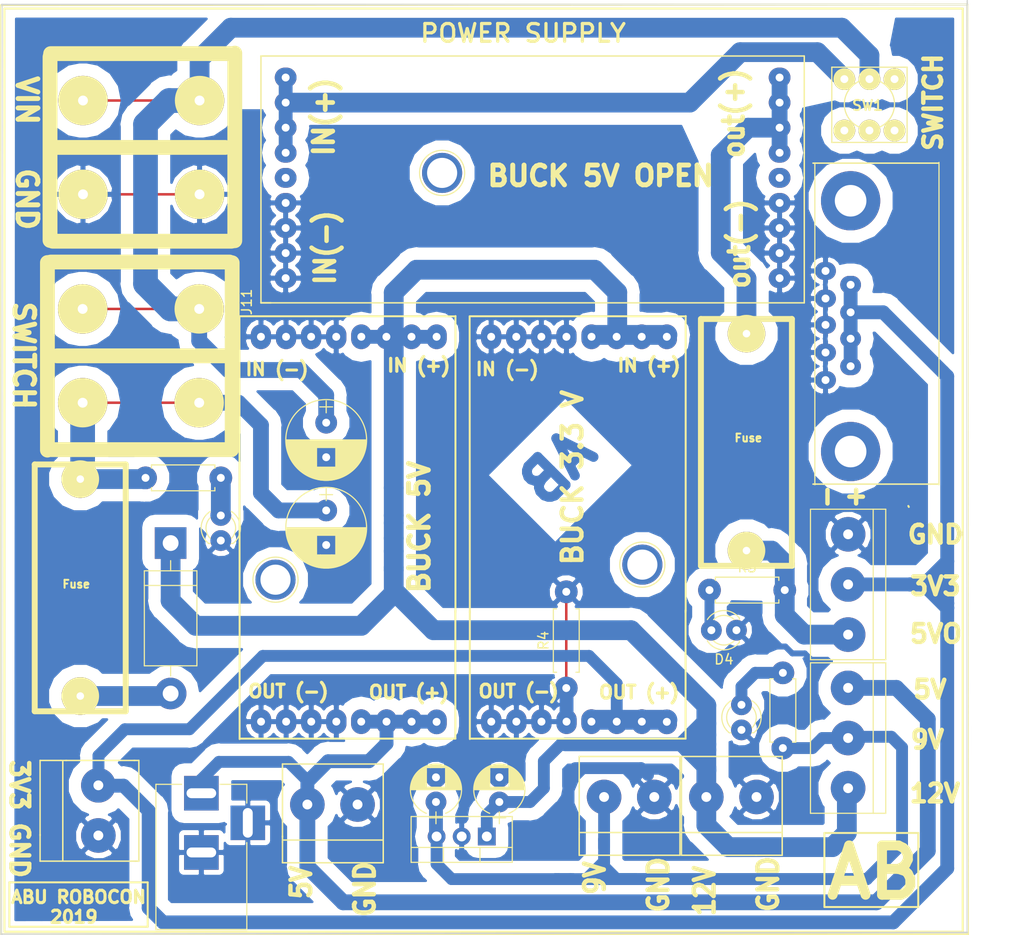
<source format=kicad_pcb>
(kicad_pcb (version 20171130) (host pcbnew "(5.0.2)-1")
  (layers (0 F.Cu signal) (31 B.Cu signal) (34 B.Paste user) (35 F.Paste user) (36 B.SilkS user) (37 F.SilkS user) (38 B.Mask user) (39 F.Mask user) (44 Edge.Cuts user))
  (net 0 "")
  (net 1 /closed)
  (net 2 GND)
  (net 3 /9v)
  (net 4 /open)
  (net 5 "Net-(C5-Pad1)")
  (net 6 "Net-(D1-Pad2)")
  (net 7 "Net-(D2-Pad2)")
  (net 8 "Net-(D3-Pad2)")
  (net 9 "Net-(D4-Pad2)")
  (net 10 /5vo)
  (net 11 "Net-(F2-Pad2)")
  (net 12 /5v)
  (net 13 /3v3)
  (net 14 "Net-(J12-Pad2)")
  (module modFiles:Resistor_small (layer F.Cu) (at 123.87072 101.82352 90)
    (fp_text reference R4 (at 3.81 -2.31 90) (layer F.SilkS))
    (fp_text value R)
    (pad 1 thru_hole circle (at -1 0 90) (size 2.3 2.3) (drill 0.8) (layers *.Cu *.Mask) (net 2 GND))
    (pad 2 thru_hole circle (at 8.75 0 90) (size 2.3 2.3) (drill 0.8) (layers *.Cu *.Mask) (net 2 GND))
  )
  (module modFiles:Capacitor_10uF (layer F.Cu) (at 117.094 114.3635 90)
    (fp_text reference C1 hide)
    (fp_text value CP)
    (pad 1 thru_hole circle (at 0 0 90) (size 2.1 2.1) (drill 0.8) (layers *.Cu *.Mask) (net 1 /closed))
    (pad 2 thru_hole circle (at 2.5 0 90) (size 2.1 2.1) (drill 0.8) (layers *.Cu *.Mask) (net 2 GND))
  )
  (module modFiles:Capacitor_10uF (layer F.Cu) (at 110.6805 114.3635 90)
    (fp_text reference C2 hide)
    (fp_text value CP)
    (pad 1 thru_hole circle (at 0 0 90) (size 2.1 2.1) (drill 0.8) (layers *.Cu *.Mask) (net 3 /9v))
    (pad 2 thru_hole circle (at 2.5 0 90) (size 2.1 2.1) (drill 0.8) (layers *.Cu *.Mask) (net 2 GND))
  )
  (module modFiles:Capacitor_100uF (layer F.Cu) (at 99.568 75.946 270)
    (fp_text reference C4 hide)
    (fp_text value CP)
    (pad 1 thru_hole circle (at 0 0 270) (size 2.2 2.2) (drill 0.8) (layers *.Cu *.Mask) (net 4 /open))
    (pad 2 thru_hole circle (at 3.5 0 270) (size 2.2 2.2) (drill 0.8) (layers *.Cu *.Mask) (net 2 GND))
  )
  (module modFiles:Capacitor_100uF (layer F.Cu) (at 99.568 84.836 270)
    (fp_text reference C5 hide)
    (fp_text value CP)
    (pad 1 thru_hole circle (at 0 0 270) (size 2.2 2.2) (drill 0.8) (layers *.Cu *.Mask) (net 5 "Net-(C5-Pad1)"))
    (pad 2 thru_hole circle (at 3.5 0 270) (size 2.2 2.2) (drill 0.8) (layers *.Cu *.Mask) (net 2 GND))
  )
  (module modFiles:LED_D3.0mm (layer F.Cu) (at 141.605 107.061 90)
    (fp_text reference D1 hide)
    (fp_text value LED)
    (pad 1 thru_hole circle (at 0 0 90) (size 2.1 2.1) (drill 0.8) (layers *.Cu *.Mask) (net 2 GND))
    (pad 2 thru_hole circle (at 2.54 0 90) (size 2.1 2.1) (drill 0.8) (layers *.Cu *.Mask) (net 6 "Net-(D1-Pad2)"))
  )
  (module modFiles:LED_D3.0mm (layer F.Cu) (at 88.9 87.884 90)
    (fp_text reference D2 hide)
    (fp_text value LED)
    (pad 1 thru_hole circle (at 0 0 90) (size 2.1 2.1) (drill 0.8) (layers *.Cu *.Mask) (net 2 GND))
    (pad 2 thru_hole circle (at 2.54 0 90) (size 2.1 2.1) (drill 0.8) (layers *.Cu *.Mask) (net 7 "Net-(D2-Pad2)"))
  )
  (module modFiles:Diode_Medium (layer F.Cu) (at 83.82 88.138 270)
    (fp_text reference D3 hide)
    (fp_text value D)
    (pad 1 thru_hole rect (at 0 0 270) (size 3.2 3.2) (drill 1.6) (layers *.Cu *.Mask) (net 1 /closed))
    (pad 2 thru_hole oval (at 15.24 0 270) (size 3.2 3.2) (drill 1.6) (layers *.Cu *.Mask) (net 8 "Net-(D3-Pad2)"))
  )
  (module modFiles:LED_D3.0mm (layer F.Cu) (at 141.097 96.9645 180)
    (fp_text reference D4 (at 1.27 -2.96 180) (layer F.SilkS))
    (fp_text value LED)
    (pad 1 thru_hole circle (at 0 0 180) (size 2.1 2.1) (drill 0.8) (layers *.Cu *.Mask) (net 2 GND))
    (pad 2 thru_hole circle (at 2.54 0 180) (size 2.1 2.1) (drill 0.8) (layers *.Cu *.Mask) (net 9 "Net-(D4-Pad2)"))
  )
  (module modFiles:Fuse_Holder (layer F.Cu) (at 74.168 92.456 270)
    (fp_text reference F1 hide)
    (fp_text value Fuse (at -0.154 -0.098) (layer F.SilkS) (effects (font (size 0.8 0.8) (thickness 0.2))))
    (pad 1 thru_hole circle (at 11.176 -0.508) (size 3.81 3.81) (drill 0.762) (layers *.Cu *.Mask F.SilkS) (net 8 "Net-(D3-Pad2)"))
    (pad 2 thru_hole circle (at -10.795 -0.508) (size 3.81 3.81) (drill 0.762) (layers *.Cu *.Mask F.SilkS) (net 5 "Net-(C5-Pad1)"))
  )
  (module modFiles:Fuse_Holder (layer F.Cu) (at 141.605 77.724 270)
    (fp_text reference F2 hide)
    (fp_text value Fuse (at -0.23368 -0.69596) (layer F.SilkS) (effects (font (size 0.8 0.8) (thickness 0.2))))
    (pad 1 thru_hole circle (at 11.176 -0.508) (size 3.81 3.81) (drill 0.762) (layers *.Cu *.Mask F.SilkS) (net 10 /5vo))
    (pad 2 thru_hole circle (at -10.795 -0.508) (size 3.81 3.81) (drill 0.762) (layers *.Cu *.Mask F.SilkS) (net 11 "Net-(F2-Pad2)"))
  )
  (module modFiles:Connector_Bornier_3 (layer F.Cu) (at 152.4 112.9665 90)
    (fp_text reference J1 hide)
    (fp_text value Conn_01x03)
    (pad 1 thru_hole circle (at 0 0 90) (size 3.5 3.5) (drill 1) (layers *.Cu *.Mask) (net 1 /closed))
    (pad 2 thru_hole circle (at 5.08 0 90) (size 3.5 3.5) (drill 1) (layers *.Cu *.Mask) (net 3 /9v))
    (pad 3 thru_hole circle (at 10.16 0 90) (size 3.5 3.5) (drill 1) (layers *.Cu *.Mask) (net 12 /5v))
  )
  (module modFiles:Connector_Bornier_3 (layer F.Cu) (at 152.4 97.409 90)
    (fp_text reference J2 hide)
    (fp_text value Conn_01x03)
    (pad 1 thru_hole circle (at 0 0 90) (size 3.5 3.5) (drill 1) (layers *.Cu *.Mask) (net 10 /5vo))
    (pad 2 thru_hole circle (at 5.08 0 90) (size 3.5 3.5) (drill 1) (layers *.Cu *.Mask) (net 13 /3v3))
    (pad 3 thru_hole circle (at 10.16 0 90) (size 3.5 3.5) (drill 1) (layers *.Cu *.Mask) (net 2 GND))
  )
  (module modFiles:Buck_Regulator (layer F.Cu) (at 134.0485 67.2465 270)
    (fp_text reference J3 hide)
    (fp_text value Conn_02x02_Odd_Even hide)
    (fp_text user "OUT (-)" (at 35.9 15) (layer F.SilkS) (effects (font (size 1.3 1.3) (thickness 0.325))))
    (fp_text user "OUT (+)" (at 36 2.8) (layer F.SilkS) (effects (font (size 1.3 1.3) (thickness 0.325))))
    (fp_text user "IN (-)" (at 3.275 16.15) (layer F.SilkS) (effects (font (size 1.3 1.3) (thickness 0.3))))
    (fp_text user "IN (+)" (at 2.9 1.8) (layer F.SilkS) (effects (font (size 1.3 1.3) (thickness 0.325))))
    (pad 4 thru_hole oval (at 38.98 7.63 270) (size 2.5 2.05) (drill 0.8) (layers *.Cu *.Mask) (net 13 /3v3))
    (pad 1 thru_hole oval (at 0 0 270) (size 2.5 2.05) (drill 0.8) (layers *.Cu *.Mask) (net 1 /closed))
    (pad 1 thru_hole oval (at 0 2.54 270) (size 2.5 2.05) (drill 0.8) (layers *.Cu *.Mask) (net 1 /closed))
    (pad 1 thru_hole oval (at 0 5.08 270) (size 2.5 2.05) (drill 0.8) (layers *.Cu *.Mask) (net 1 /closed))
    (pad 1 thru_hole oval (at 0 7.62 270) (size 2.5 2.05) (drill 0.8) (layers *.Cu *.Mask) (net 1 /closed))
    (pad 2 thru_hole oval (at 0 10.16 270) (size 2.5 2.05) (drill 0.8) (layers *.Cu *.Mask) (net 2 GND))
    (pad 2 thru_hole oval (at 0 12.7 270) (size 2.5 2.05) (drill 0.8) (layers *.Cu *.Mask) (net 2 GND))
    (pad 2 thru_hole oval (at 0 15.24 270) (size 2.5 2.05) (drill 0.8) (layers *.Cu *.Mask) (net 2 GND))
    (pad 2 thru_hole oval (at 0 17.78 270) (size 2.5 2.05) (drill 0.8) (layers *.Cu *.Mask) (net 2 GND))
    (pad 4 thru_hole oval (at 39 0 270) (size 2.5 2.05) (drill 0.8) (layers *.Cu *.Mask) (net 13 /3v3))
    (pad 4 thru_hole oval (at 38.98 2.53 270) (size 2.5 2.05) (drill 0.8) (layers *.Cu *.Mask) (net 13 /3v3))
    (pad 4 thru_hole oval (at 38.98 5.07 270) (size 2.5 2.05) (drill 0.8) (layers *.Cu *.Mask) (net 13 /3v3))
    (pad 3 thru_hole oval (at 38.98 10.15 270) (size 2.5 2.05) (drill 0.8) (layers *.Cu *.Mask) (net 2 GND))
    (pad 3 thru_hole oval (at 38.98 12.69 270) (size 2.5 2.05) (drill 0.8) (layers *.Cu *.Mask) (net 2 GND))
    (pad 3 thru_hole oval (at 38.98 15.23 270) (size 2.5 2.05) (drill 0.8) (layers *.Cu *.Mask) (net 2 GND))
    (pad 3 thru_hole oval (at 38.98 17.77 270) (size 2.5 2.05) (drill 0.8) (layers *.Cu *.Mask) (net 2 GND))
  )
  (module modFiles:Connector_Bornier_2 (layer F.Cu) (at 132.7785 113.8555 180)
    (fp_text reference J4 hide)
    (fp_text value Conn_01x02)
    (pad 1 thru_hole circle (at 0 0 180) (size 3.5 3.5) (drill 1) (layers *.Cu *.Mask) (net 2 GND))
    (pad 2 thru_hole circle (at 5.08 0 180) (size 3.5 3.5) (drill 1) (layers *.Cu *.Mask) (net 3 /9v))
  )
  (module modFiles:Connector_Bornier_2 (layer F.Cu) (at 102.743 114.6175 180)
    (fp_text reference J5 hide)
    (fp_text value Conn_01x02)
    (pad 1 thru_hole circle (at 0 0 180) (size 3.5 3.5) (drill 1) (layers *.Cu *.Mask) (net 2 GND))
    (pad 2 thru_hole circle (at 5.08 0 180) (size 3.5 3.5) (drill 1) (layers *.Cu *.Mask) (net 12 /5v))
  )
  (module modFiles:Connector_Bornier_2 (layer F.Cu) (at 143.129 113.8555 180)
    (fp_text reference J6 hide)
    (fp_text value Conn_01x02)
    (pad 1 thru_hole circle (at 0 0 180) (size 3.5 3.5) (drill 1) (layers *.Cu *.Mask) (net 2 GND))
    (pad 2 thru_hole circle (at 5.08 0 180) (size 3.5 3.5) (drill 1) (layers *.Cu *.Mask) (net 1 /closed))
  )
  (module modFiles:Buck_Regulator (layer F.Cu) (at 110.744 67.2465 270)
    (fp_text reference J7 hide)
    (fp_text value Conn_02x02_Odd_Even hide)
    (fp_text user "OUT (-)" (at 35.9 15) (layer F.SilkS) (effects (font (size 1.3 1.3) (thickness 0.325))))
    (fp_text user "OUT (+)" (at 36 2.8) (layer F.SilkS) (effects (font (size 1.3 1.3) (thickness 0.325))))
    (fp_text user "IN (-)" (at 3.275 16.15) (layer F.SilkS) (effects (font (size 1.3 1.3) (thickness 0.3))))
    (fp_text user "IN (+)" (at 2.9 1.8) (layer F.SilkS) (effects (font (size 1.3 1.3) (thickness 0.325))))
    (pad 4 thru_hole oval (at 38.98 7.63 270) (size 2.5 2.05) (drill 0.8) (layers *.Cu *.Mask) (net 12 /5v))
    (pad 1 thru_hole oval (at 0 0 270) (size 2.5 2.05) (drill 0.8) (layers *.Cu *.Mask) (net 1 /closed))
    (pad 1 thru_hole oval (at 0 2.54 270) (size 2.5 2.05) (drill 0.8) (layers *.Cu *.Mask) (net 1 /closed))
    (pad 1 thru_hole oval (at 0 5.08 270) (size 2.5 2.05) (drill 0.8) (layers *.Cu *.Mask) (net 1 /closed))
    (pad 1 thru_hole oval (at 0 7.62 270) (size 2.5 2.05) (drill 0.8) (layers *.Cu *.Mask) (net 1 /closed))
    (pad 2 thru_hole oval (at 0 10.16 270) (size 2.5 2.05) (drill 0.8) (layers *.Cu *.Mask) (net 2 GND))
    (pad 2 thru_hole oval (at 0 12.7 270) (size 2.5 2.05) (drill 0.8) (layers *.Cu *.Mask) (net 2 GND))
    (pad 2 thru_hole oval (at 0 15.24 270) (size 2.5 2.05) (drill 0.8) (layers *.Cu *.Mask) (net 2 GND))
    (pad 2 thru_hole oval (at 0 17.78 270) (size 2.5 2.05) (drill 0.8) (layers *.Cu *.Mask) (net 2 GND))
    (pad 4 thru_hole oval (at 39 0 270) (size 2.5 2.05) (drill 0.8) (layers *.Cu *.Mask) (net 12 /5v))
    (pad 4 thru_hole oval (at 38.98 2.53 270) (size 2.5 2.05) (drill 0.8) (layers *.Cu *.Mask) (net 12 /5v))
    (pad 4 thru_hole oval (at 38.98 5.07 270) (size 2.5 2.05) (drill 0.8) (layers *.Cu *.Mask) (net 12 /5v))
    (pad 3 thru_hole oval (at 38.98 10.15 270) (size 2.5 2.05) (drill 0.8) (layers *.Cu *.Mask) (net 2 GND))
    (pad 3 thru_hole oval (at 38.98 12.69 270) (size 2.5 2.05) (drill 0.8) (layers *.Cu *.Mask) (net 2 GND))
    (pad 3 thru_hole oval (at 38.98 15.23 270) (size 2.5 2.05) (drill 0.8) (layers *.Cu *.Mask) (net 2 GND))
    (pad 3 thru_hole oval (at 38.98 17.77 270) (size 2.5 2.05) (drill 0.8) (layers *.Cu *.Mask) (net 2 GND))
  )
  (module modFiles:Connector_Bornier_2 (layer F.Cu) (at 76.5048 117.7544 90)
    (fp_text reference J8 hide)
    (fp_text value Conn_01x02)
    (pad 1 thru_hole circle (at 0 0 90) (size 3.5 3.5) (drill 1) (layers *.Cu *.Mask) (net 2 GND))
    (pad 2 thru_hole circle (at 5.08 0 90) (size 3.5 3.5) (drill 1) (layers *.Cu *.Mask) (net 13 /3v3))
  )
  (module modFiles:Connector_DB_9 (layer F.Cu) (at 150.114 60.579 270)
    (fp_text reference J9 hide)
    (fp_text value DB9_Female)
    (pad 0 thru_hole circle (at 18.29 -2.54 270) (size 6 6) (drill 3.2) (layers *.Cu *.Mask))
    (pad 0 thru_hole circle (at -7.11 -2.54 270) (size 6 6) (drill 3.2) (layers *.Cu *.Mask))
    (pad 1 thru_hole oval (at 0 0 270) (size 1.8 2.1) (drill 0.8) (layers *.Cu *.Mask) (net 2 GND))
    (pad 2 thru_hole oval (at 2.79 0 270) (size 1.8 2.1) (drill 0.8) (layers *.Cu *.Mask) (net 2 GND))
    (pad 3 thru_hole oval (at 5.46 0 270) (size 1.8 2.1) (drill 0.8) (layers *.Cu *.Mask) (net 2 GND))
    (pad 4 thru_hole oval (at 8.26 0 270) (size 1.8 2.1) (drill 0.8) (layers *.Cu *.Mask) (net 2 GND))
    (pad 5 thru_hole oval (at 11.05 0 270) (size 1.8 2.1) (drill 0.8) (layers *.Cu *.Mask) (net 2 GND))
    (pad 6 thru_hole oval (at 1.4 -2.54 270) (size 1.8 2.1) (drill 0.8) (layers *.Cu *.Mask) (net 13 /3v3))
    (pad 7 thru_hole oval (at 4.19 -2.54 270) (size 1.8 2.1) (drill 0.8) (layers *.Cu *.Mask) (net 13 /3v3))
    (pad 8 thru_hole oval (at 6.86 -2.54 270) (size 1.8 2.1) (drill 0.8) (layers *.Cu *.Mask) (net 13 /3v3))
    (pad 9 thru_hole oval (at 9.65 -2.54 270) (size 1.8 2.1) (drill 0.8) (layers *.Cu *.Mask) (net 13 /3v3))
  )
  (module modFiles:Solar_Connector (layer F.Cu) (at 80.37576 48.19396 90)
    (fp_text reference J10 hide)
    (fp_text value Conn_01x02 hide)
    (pad 1 thru_hole oval (at -4.6226 -5.4264 180) (size 5 5) (drill 1) (layers *.Cu *.Mask F.SilkS) (net 2 GND))
    (pad 2 thru_hole oval (at 4.8774 -5.4264 180) (size 5 5) (drill 1) (layers *.Cu *.Mask F.SilkS) (net 4 /open))
    (pad 1 thru_hole oval (at -4.6226 6.3736 180) (size 5 5) (drill 1) (layers *.Cu *.Mask F.SilkS) (net 2 GND))
    (pad 2 thru_hole oval (at 4.8774 6.3736 180) (size 5 5) (drill 1) (layers *.Cu *.Mask F.SilkS) (net 4 /open))
  )
  (module modFiles:Solar_Connector (layer F.Cu) (at 81.28762 69.04736 270)
    (fp_text reference J11 (at -5.334 -10.2362 270) (layer F.SilkS))
    (fp_text value Conn_01x02 hide)
    (pad 1 thru_hole oval (at -4.6226 -5.4264) (size 5 5) (drill 1) (layers *.Cu *.Mask F.SilkS) (net 4 /open))
    (pad 2 thru_hole oval (at 4.8774 -5.4264) (size 5 5) (drill 1) (layers *.Cu *.Mask F.SilkS) (net 5 "Net-(C5-Pad1)"))
    (pad 1 thru_hole oval (at -4.6226 6.3736) (size 5 5) (drill 1) (layers *.Cu *.Mask F.SilkS) (net 4 /open))
    (pad 2 thru_hole oval (at 4.8774 6.3736) (size 5 5) (drill 1) (layers *.Cu *.Mask F.SilkS) (net 5 "Net-(C5-Pad1)"))
  )
  (module modFiles:Resistor_small (layer F.Cu) (at 145.796 101.2825 270)
    (fp_text reference R1 hide)
    (fp_text value R)
    (pad 1 thru_hole circle (at 0 0 270) (size 2.3 2.3) (drill 0.8) (layers *.Cu *.Mask) (net 6 "Net-(D1-Pad2)"))
    (pad 2 thru_hole circle (at 7.62 0 270) (size 2.3 2.3) (drill 0.8) (layers *.Cu *.Mask) (net 3 /9v))
  )
  (module modFiles:Resistor_small (layer F.Cu) (at 88.9 81.534 180)
    (fp_text reference R2 hide)
    (fp_text value R)
    (pad 1 thru_hole circle (at 0 0 180) (size 2.3 2.3) (drill 0.8) (layers *.Cu *.Mask) (net 7 "Net-(D2-Pad2)"))
    (pad 2 thru_hole circle (at 7.62 0 180) (size 2.3 2.3) (drill 0.8) (layers *.Cu *.Mask) (net 5 "Net-(C5-Pad1)"))
  )
  (module modFiles:Resistor_small (layer F.Cu) (at 138.3665 92.9005)
    (fp_text reference R3 (at 3.81 -2.31) (layer F.SilkS))
    (fp_text value R)
    (pad 1 thru_hole circle (at 0 0) (size 2.3 2.3) (drill 0.8) (layers *.Cu *.Mask) (net 9 "Net-(D4-Pad2)"))
    (pad 2 thru_hole circle (at 7.62 0) (size 2.3 2.3) (drill 0.8) (layers *.Cu *.Mask) (net 10 /5vo))
  )
  (module modFiles:DIP_Switch (layer F.Cu) (at 154.559 43.815 180)
    (fp_text reference SW1 (at 0.1905 0 180) (layer F.SilkS) (effects (font (size 1.016 1.016) (thickness 0.2032))))
    (fp_text value SW_DIP_x01 hide)
    (pad "" thru_hole circle (at 2.54 -2.54 180) (size 2.2 2.2) (drill 0.8) (layers *.Cu *.Mask F.SilkS))
    (pad 2 thru_hole circle (at 2.54 2.667 180) (size 2.2 2.2) (drill 0.8) (layers *.Cu *.Mask F.SilkS) (net 14 "Net-(J12-Pad2)"))
    (pad "" thru_hole circle (at -2.54 -2.54 180) (size 2.2 2.2) (drill 0.8) (layers *.Cu *.Mask F.SilkS))
    (pad "" thru_hole circle (at -2.54 2.667 180) (size 2.2 2.2) (drill 0.8) (layers *.Cu *.Mask F.SilkS))
    (pad "" thru_hole circle (at 0 -2.54 180) (size 2.2 2.2) (drill 0.8) (layers *.Cu *.Mask F.SilkS))
    (pad 1 thru_hole circle (at 0 2.667 180) (size 2.2 2.2) (drill 0.8) (layers *.Cu *.Mask F.SilkS) (net 4 /open))
  )
  (module TO_SOT_Packages_THT:TO-220_Vertical (layer F.Cu) (at 115.824 117.856 180)
    (fp_text reference U1 hide)
    (fp_text value LM7809_TO220)
    (pad 1 thru_hole rect (at 0 0 180) (size 1.8 1.8) (drill 1) (layers *.Cu *.Mask) (net 1 /closed))
    (pad 2 thru_hole oval (at 2.54 0 180) (size 1.8 1.8) (drill 1) (layers *.Cu *.Mask) (net 2 GND))
    (pad 3 thru_hole oval (at 5.08 0 180) (size 1.8 1.8) (drill 1) (layers *.Cu *.Mask) (net 3 /9v))
  )
  (module "modFiles:Buck 5A" (layer F.Cu) (at 92.964 51.308 90)
    (fp_text reference J12 hide)
    (fp_text value Conn_02x02_Odd_Even hide)
    (fp_text user "IN(+)" (at 6.34492 6.36524 90) (layer F.SilkS) (effects (font (size 2 1.9) (thickness 0.475))))
    (fp_text user "IN(-)" (at -6.9088 6.5024 90) (layer F.SilkS) (effects (font (size 2 1.8) (thickness 0.45))))
    (fp_text user "out(+)" (at 6.70814 47.85868 90) (layer F.SilkS) (effects (font (size 2 1.8) (thickness 0.45))))
    (fp_text user "out(-)" (at -6.51764 48.43526 270) (layer F.SilkS) (effects (font (size 2 1.8) (thickness 0.45))))
    (pad 1 thru_hole oval (at -10 2.5 90) (size 2 2.2) (drill 0.8) (layers *.Cu *.Mask) (net 2 GND))
    (pad 1 thru_hole oval (at -7.46 2.5 90) (size 2 2.2) (drill 0.8) (layers *.Cu *.Mask) (net 2 GND))
    (pad 1 thru_hole oval (at -4.92 2.5 90) (size 2 2.2) (drill 0.8) (layers *.Cu *.Mask) (net 2 GND))
    (pad 1 thru_hole oval (at -2.38 2.5 90) (size 2 2.2) (drill 0.8) (layers *.Cu *.Mask) (net 2 GND))
    (pad 0 thru_hole oval (at 0.16 2.5 90) (size 2 2.2) (drill 0.8) (layers *.Cu *.Mask))
    (pad 2 thru_hole oval (at 2.7 2.5 90) (size 2 2.2) (drill 0.8) (layers *.Cu *.Mask) (net 14 "Net-(J12-Pad2)"))
    (pad 2 thru_hole oval (at 5.24 2.5 90) (size 2 2.2) (drill 0.8) (layers *.Cu *.Mask) (net 14 "Net-(J12-Pad2)"))
    (pad 2 thru_hole oval (at 7.78 2.5 90) (size 2 2.2) (drill 0.8) (layers *.Cu *.Mask) (net 14 "Net-(J12-Pad2)"))
    (pad 2 thru_hole oval (at 10.32 2.5 90) (size 2 2.2) (drill 0.8) (layers *.Cu *.Mask) (net 14 "Net-(J12-Pad2)"))
    (pad 4 thru_hole oval (at -10 52.5 90) (size 2 2.2) (drill 0.8) (layers *.Cu *.Mask) (net 2 GND))
    (pad 3 thru_hole oval (at 5.24 52.5 90) (size 2 2.2) (drill 0.8) (layers *.Cu *.Mask) (net 11 "Net-(F2-Pad2)"))
    (pad 0 thru_hole oval (at 0.16 52.5 90) (size 2 2.2) (drill 0.8) (layers *.Cu *.Mask))
    (pad 3 thru_hole oval (at 2.7 52.5 90) (size 2 2.2) (drill 0.8) (layers *.Cu *.Mask) (net 11 "Net-(F2-Pad2)"))
    (pad 4 thru_hole oval (at -2.38 52.5 90) (size 2 2.2) (drill 0.8) (layers *.Cu *.Mask) (net 2 GND))
    (pad 3 thru_hole oval (at 10.32 52.5 90) (size 2 2.2) (drill 0.8) (layers *.Cu *.Mask) (net 11 "Net-(F2-Pad2)"))
    (pad 4 thru_hole oval (at -4.92 52.5 90) (size 2 2.2) (drill 0.8) (layers *.Cu *.Mask) (net 2 GND))
    (pad 3 thru_hole oval (at 7.78 52.5 90) (size 2 2.2) (drill 0.8) (layers *.Cu *.Mask) (net 11 "Net-(F2-Pad2)"))
    (pad 4 thru_hole oval (at -7.46 52.5 90) (size 2 2.2) (drill 0.8) (layers *.Cu *.Mask) (net 2 GND))
  )
  (module Connectors:BARREL_JACK (layer F.Cu) (at 86.9315 113.4745 90)
    (fp_text reference J13 hide)
    (fp_text value Conn_01x02)
    (pad 2 thru_hole rect (at 0 0 90) (size 3.5 3.5) (drill oval 1 3) (layers *.Cu *.Mask) (net 12 /5v))
    (pad 1 thru_hole rect (at -6 0 90) (size 3.5 3.5) (drill oval 1 3) (layers *.Cu *.Mask) (net 2 GND))
    (pad 1 thru_hole rect (at -3 4.7 90) (size 3.5 3.5) (drill oval 3 1) (layers *.Cu *.Mask) (net 2 GND))
  )
  (module Connectors:1pin (layer F.Cu) (at 111.3028 50.6476)
    (fp_text reference J14 hide)
    (fp_text value Conn_01x01_Female)
    (pad 1 thru_hole circle (at 0 0) (size 4.064 4.064) (drill 3.048) (layers *.Cu *.Mask))
  )
  (module Connectors:1pin (layer F.Cu) (at 131.572 90.3224)
    (fp_text reference J15 hide)
    (fp_text value Conn_01x01_Female)
    (pad 1 thru_hole circle (at 0 0) (size 4.064 4.064) (drill 3.048) (layers *.Cu *.Mask))
  )
  (module Connectors:1pin (layer F.Cu) (at 94.4372 91.8464)
    (fp_text reference J16 hide)
    (fp_text value Conn_01x01_Female)
    (pad 1 thru_hole circle (at 0 0) (size 4.064 4.064) (drill 3.048) (layers *.Cu *.Mask))
  )
  (gr_line (start 158.496 84.3788) (end 158.5468 84.4804) (angle 90) (layer F.SilkS) (width 0.2))
  (gr_text AB (at 123 80.5 45) (layer B.Cu) (effects (font (size 4 4) (thickness 1)) (justify mirror)))
  (gr_text SWITCH (at 161 43.5 90) (layer F.SilkS) (effects (font (size 1.8 1.8) (thickness 0.45))))
  (gr_text "BUCK 5V" (at 109 86.5 90) (layer F.SilkS) (effects (font (size 2 2) (thickness 0.5))))
  (gr_text "BUCK 3.3 V" (at 124.5 81.5 90) (layer F.SilkS) (effects (font (size 2 2) (thickness 0.45))))
  (gr_text "BUCK 5V OPEN" (at 127.3556 50.9524) (layer F.SilkS) (effects (font (size 2 2) (thickness 0.5))))
  (gr_text "POWER SUPPLY" (at 119.5 36.5) (layer F.SilkS) (effects (font (size 1.8 1.8) (thickness 0.325))))
  (gr_line (start 159.5 117.5) (end 150 117.5) (angle 90) (layer F.SilkS) (width 0.2))
  (gr_line (start 159.5 125) (end 159.5 117.5) (angle 90) (layer F.SilkS) (width 0.2))
  (gr_line (start 150 125) (end 159.5 125) (angle 90) (layer F.SilkS) (width 0.2))
  (gr_line (start 150 117.5) (end 150 125) (angle 90) (layer F.SilkS) (width 0.2))
  (gr_text AB (at 155 121.5) (layer F.SilkS) (effects (font (size 5 5) (thickness 1))))
  (gr_line (start 67.5 127) (end 67.5 122.5) (angle 90) (layer F.SilkS) (width 0.2))
  (gr_line (start 81.5 127) (end 67.5 127) (angle 90) (layer F.SilkS) (width 0.2))
  (gr_line (start 81.5 122.5) (end 81.5 127) (angle 90) (layer F.SilkS) (width 0.2))
  (gr_line (start 67.5 122.5) (end 81.5 122.5) (angle 90) (layer F.SilkS) (width 0.2))
  (gr_text "ABU ROBOCON\n2019 " (at 74.5 125) (layer F.SilkS) (effects (font (size 1.25 1.25) (thickness 0.3125))))
  (gr_line (start 67 34) (end 67 127.5) (angle 90) (layer F.SilkS) (width 0.2))
  (gr_line (start 164 34) (end 67 34) (angle 90) (layer F.SilkS) (width 0.2))
  (gr_line (start 164 127.5) (end 164 34) (angle 90) (layer F.SilkS) (width 0.2))
  (gr_line (start 67 127.5) (end 164 127.5) (angle 90) (layer F.SilkS) (width 0.2))
  (gr_line (start 66.675 33.655) (end 66.675 127.762) (angle 90) (layer F.SilkS) (width 0.2))
  (gr_line (start 164.465 33.5915) (end 66.675 33.655) (angle 90) (layer F.SilkS) (width 0.2))
  (gr_line (start 164.5285 127.762) (end 164.5285 127.5715) (angle 90) (layer F.SilkS) (width 0.2))
  (gr_line (start 164.465 33.5915) (end 164.5285 127.762) (angle 90) (layer F.SilkS) (width 0.2))
  (gr_line (start 66.675 127.762) (end 164.5285 127.762) (angle 90) (layer F.SilkS) (width 0.2))
  (gr_text "-\n+\n" (at 151.638 83.439 90) (layer F.SilkS) (effects (font (size 1.8 1.8) (thickness 0.45))))
  (gr_text 12V (at 161.1884 113.4872) (layer F.SilkS) (effects (font (size 1.8 1.8) (thickness 0.45))))
  (gr_text 9V (at 160.4264 108.0516) (layer F.SilkS) (effects (font (size 1.8 1.8) (thickness 0.45))))
  (gr_text 5V (at 160.6804 102.9716) (layer F.SilkS) (effects (font (size 1.8 1.8) (thickness 0.45))))
  (gr_text 5VO (at 161.29 97.3328) (layer F.SilkS) (effects (font (size 1.8 1.8) (thickness 0.45))))
  (gr_text 3V3 (at 161.2392 92.5068) (layer F.SilkS) (effects (font (size 1.8 1.8) (thickness 0.45))))
  (gr_text GND (at 161.2392 87.2744) (layer F.SilkS) (effects (font (size 1.8 1.8) (thickness 0.45))))
  (gr_text "12V \n\nGND" (at 141.097 122.682 90) (layer F.SilkS) (effects (font (size 2 1.8) (thickness 0.45))))
  (gr_text "  9V \n\nGND" (at 129.9845 122.7455 90) (layer F.SilkS) (effects (font (size 2 1.8) (thickness 0.45))))
  (gr_text " 5V\n\nGND" (at 100.2665 123.19 90) (layer F.SilkS) (effects (font (size 2 1.8) (thickness 0.45))))
  (gr_text "3V3 GND" (at 68.5165 116.078 270) (layer F.SilkS) (effects (font (size 1.8 1.8) (thickness 0.45))))
  (gr_text SWITCH (at 68.961 69.1515 270) (layer F.SilkS) (effects (font (size 2 2) (thickness 0.5))))
  (gr_text "VIN   GND" (at 69.2785 48.641 270) (layer F.SilkS) (effects (font (size 2 2) (thickness 0.5))))
  (gr_line (start 66.7385 33.5915) (end 164.465 33.5915) (angle 90) (layer Edge.Cuts) (width 0.15))
  (gr_line (start 66.675 127.762) (end 66.7385 33.5915) (angle 90) (layer Edge.Cuts) (width 0.15))
  (gr_line (start 164.465 127.5715) (end 66.675 127.762) (angle 90) (layer Edge.Cuts) (width 0.15))
  (gr_line (start 164.465 33.2105) (end 164.465 127.5715) (angle 90) (layer Edge.Cuts) (width 0.15))
  (segment (start 90.678 96.52) (end 103.124 96.52) (width 2) (layer B.Cu) (net 1))
  (segment (start 103.124 96.52) (end 106.40568 93.23832) (width 2) (layer B.Cu) (net 1))
  (segment (start 106.40568 93.23832) (end 106.40568 92.94368) (width 2) (layer B.Cu) (net 1))
  (segment (start 83.82 88.138) (end 83.82 93.98) (width 2) (layer B.Cu) (net 1))
  (segment (start 83.82 93.98) (end 86.36 96.52) (width 2) (layer B.Cu) (net 1))
  (segment (start 86.36 96.52) (end 90.678 96.52) (width 2) (layer B.Cu) (net 1))
  (segment (start 106.40568 92.94368) (end 106.40568 90.8685) (width 2) (layer B.Cu) (net 1))
  (segment (start 106.40568 82.55) (end 106.40568 66.98742) (width 2) (layer B.Cu) (net 1))
  (segment (start 106.40568 85.344) (end 106.40568 82.55) (width 2) (layer B.Cu) (net 1))
  (segment (start 106.40568 86.106) (end 106.40568 85.344) (width 2) (layer B.Cu) (net 1))
  (segment (start 106.40568 87.65032) (end 106.40568 86.106) (width 2) (layer B.Cu) (net 1))
  (segment (start 106.40568 88.9635) (end 106.40568 87.65032) (width 2) (layer B.Cu) (net 1))
  (segment (start 106.40568 90.6145) (end 106.40568 88.9635) (width 2) (layer B.Cu) (net 1))
  (segment (start 106.40568 90.8685) (end 106.40568 90.6145) (width 2) (layer B.Cu) (net 1))
  (segment (start 106.40568 66.98742) (end 106.40568 62.75832) (width 2) (layer B.Cu) (net 1))
  (segment (start 129.032 62.738) (end 129.032 67.056) (width 2) (layer B.Cu) (net 1))
  (segment (start 126.746 60.452) (end 129.032 62.738) (width 2) (layer B.Cu) (net 1))
  (segment (start 108.712 60.452) (end 126.746 60.452) (width 2) (layer B.Cu) (net 1))
  (segment (start 106.40568 62.75832) (end 108.712 60.452) (width 2) (layer B.Cu) (net 1))
  (segment (start 126.492 67.056) (end 134.112 67.056) (width 2) (layer B.Cu) (net 1))
  (segment (start 138.049 107.569) (end 138.049 108.5215) (width 2) (layer B.Cu) (net 1))
  (segment (start 138.049 107.569) (end 138.049 106.426) (width 2) (layer B.Cu) (net 1))
  (segment (start 138.049 106.426) (end 138.049 104.5845) (width 2) (layer B.Cu) (net 1))
  (segment (start 110.4265 96.9645) (end 106.40568 92.94368) (width 2) (layer B.Cu) (net 1))
  (segment (start 130.429 96.9645) (end 110.4265 96.9645) (width 2) (layer B.Cu) (net 1))
  (segment (start 138.049 104.5845) (end 130.429 96.9645) (width 2) (layer B.Cu) (net 1))
  (segment (start 138.049 108.5215) (end 138.049 109.093) (width 2) (layer B.Cu) (net 1))
  (segment (start 138.049 109.093) (end 138.049 110.871) (width 2) (layer B.Cu) (net 1))
  (segment (start 138.049 110.871) (end 138.049 111.125) (width 2) (layer B.Cu) (net 1))
  (segment (start 138.049 111.125) (end 138.049 111.1885) (width 2) (layer B.Cu) (net 1))
  (segment (start 138.049 111.1885) (end 138.049 113.8555) (width 2) (layer B.Cu) (net 1))
  (segment (start 138.049 113.8555) (end 138.049 116.713) (width 2) (layer B.Cu) (net 1))
  (segment (start 152.273 117.475) (end 152.273 112.8395) (width 2) (layer B.Cu) (net 1))
  (segment (start 150.8125 118.9355) (end 152.273 117.475) (width 2) (layer B.Cu) (net 1))
  (segment (start 140.2715 118.9355) (end 150.8125 118.9355) (width 2) (layer B.Cu) (net 1))
  (segment (start 138.049 116.713) (end 140.2715 118.9355) (width 2) (layer B.Cu) (net 1))
  (segment (start 135.4455 108.5215) (end 123.7615 108.5215) (width 1.4) (layer B.Cu) (net 1))
  (segment (start 120.2055 114.3635) (end 117.094 114.3635) (width 1.2) (layer B.Cu) (net 1))
  (segment (start 121.6025 112.9665) (end 120.2055 114.3635) (width 1.2) (layer B.Cu) (net 1))
  (segment (start 121.6025 110.236) (end 121.6025 112.9665) (width 1.2) (layer B.Cu) (net 1))
  (segment (start 123.317 108.5215) (end 121.6025 110.236) (width 1.2) (layer B.Cu) (net 1))
  (segment (start 123.7615 108.5215) (end 123.317 108.5215) (width 1.2) (layer B.Cu) (net 1))
  (segment (start 135.4455 108.5215) (end 136.017 108.5215) (width 1.4) (layer B.Cu) (net 1))
  (segment (start 136.017 108.5215) (end 138.049 108.5215) (width 1.4) (layer B.Cu) (net 1))
  (segment (start 136.017 108.5215) (end 136.017 109.093) (width 1.4) (layer B.Cu) (net 1))
  (segment (start 136.017 109.093) (end 138.049 111.125) (width 1.4) (layer B.Cu) (net 1))
  (segment (start 138.049 110.871) (end 137.795 110.871) (width 1.4) (layer B.Cu) (net 1))
  (segment (start 137.795 110.871) (end 135.4455 108.5215) (width 1.4) (layer B.Cu) (net 1))
  (segment (start 138.049 106.426) (end 137.541 106.426) (width 1.4) (layer B.Cu) (net 1))
  (segment (start 137.541 106.426) (end 135.4455 108.5215) (width 1.4) (layer B.Cu) (net 1))
  (segment (start 115.824 117.856) (end 115.824 115.6335) (width 1.2) (layer B.Cu) (net 1))
  (segment (start 115.824 115.6335) (end 117.094 114.3635) (width 1.2) (layer B.Cu) (net 1))
  (segment (start 103.124 67.2465) (end 110.744 67.2465) (width 1.4) (layer B.Cu) (net 1))
  (segment (start 86.74936 52.81656) (end 74.94936 52.81656) (width 0.25) (layer F.Cu) (net 2))
  (segment (start 145.0975 98.6155) (end 146.05 98.6155) (width 0.6) (layer B.Cu) (net 2))
  (segment (start 148.0185 99.314) (end 148.717 100.0125) (width 0.6) (layer B.Cu) (net 2))
  (segment (start 146.7485 99.314) (end 148.0185 99.314) (width 0.6) (layer B.Cu) (net 2))
  (segment (start 146.05 98.6155) (end 146.7485 99.314) (width 0.6) (layer B.Cu) (net 2))
  (segment (start 124.7775 110.9345) (end 131.445 110.9345) (width 1.2) (layer B.Cu) (net 2))
  (segment (start 131.445 110.9345) (end 132.1435 111.633) (width 1.2) (layer B.Cu) (net 2))
  (segment (start 123.8985 106.2265) (end 123.8985 102.987) (width 1.4) (layer B.Cu) (net 2))
  (segment (start 123.8985 102.987) (end 124.0155 102.87) (width 1.4) (layer B.Cu) (net 2))
  (segment (start 123.87072 101.82352) (end 123.87072 94.20352) (width 0.25) (layer F.Cu) (net 2))
  (segment (start 110.744 117.856) (end 110.744 120.65) (width 1.2) (layer B.Cu) (net 3))
  (segment (start 127.6985 118.999) (end 127.6985 118.1735) (width 1.2) (layer B.Cu) (net 3))
  (segment (start 127.6985 118.1735) (end 127.6985 113.919) (width 1.2) (layer B.Cu) (net 3))
  (segment (start 112.268 122.174) (end 122.809 122.174) (width 1.2) (layer B.Cu) (net 3))
  (segment (start 122.809 122.174) (end 123.063 122.174) (width 1.2) (layer B.Cu) (net 3))
  (segment (start 123.063 122.174) (end 124.2695 122.174) (width 1.2) (layer B.Cu) (net 3))
  (segment (start 124.2695 122.174) (end 124.5235 122.174) (width 1.2) (layer B.Cu) (net 3))
  (segment (start 110.744 120.65) (end 112.268 122.174) (width 1.2) (layer B.Cu) (net 3))
  (segment (start 127.6985 118.1735) (end 127.6985 120.396) (width 1.2) (layer B.Cu) (net 3))
  (segment (start 130.8735 122.174) (end 154.305 122.174) (width 1.2) (layer B.Cu) (net 3))
  (segment (start 156.7815 107.7595) (end 152.273 107.7595) (width 1.2) (layer B.Cu) (net 3))
  (segment (start 154.305 122.174) (end 157.861 118.618) (width 1.2) (layer B.Cu) (net 3))
  (segment (start 157.861 118.618) (end 157.861 108.839) (width 1.2) (layer B.Cu) (net 3))
  (segment (start 157.861 108.839) (end 156.7815 107.7595) (width 1.2) (layer B.Cu) (net 3))
  (segment (start 122.809 122.174) (end 125.857 122.174) (width 1.2) (layer B.Cu) (net 3))
  (segment (start 125.857 122.174) (end 128.4605 122.174) (width 1.2) (layer B.Cu) (net 3))
  (segment (start 128.4605 122.174) (end 128.9685 122.174) (width 1.2) (layer B.Cu) (net 3))
  (segment (start 128.9685 122.174) (end 130.8735 122.174) (width 1.2) (layer B.Cu) (net 3))
  (segment (start 125.857 122.174) (end 125.9205 122.174) (width 1.2) (layer B.Cu) (net 3))
  (segment (start 125.9205 122.174) (end 127.6985 120.396) (width 1.2) (layer B.Cu) (net 3))
  (segment (start 128.651 122.174) (end 130.8735 122.174) (width 1.2) (layer B.Cu) (net 3))
  (segment (start 127.6985 120.396) (end 127.6985 122.174) (width 1.2) (layer B.Cu) (net 3))
  (segment (start 127.6985 122.174) (end 128.651 122.174) (width 1.2) (layer B.Cu) (net 3))
  (segment (start 127.6985 120.396) (end 127.6985 120.904) (width 1.2) (layer B.Cu) (net 3))
  (segment (start 127.6985 120.904) (end 128.9685 122.174) (width 1.2) (layer B.Cu) (net 3))
  (segment (start 128.4605 122.174) (end 154.305 122.174) (width 1.2) (layer B.Cu) (net 3))
  (segment (start 145.796 108.9025) (end 148.7805 108.9025) (width 1.2) (layer B.Cu) (net 3))
  (segment (start 149.7965 107.8865) (end 152.4 107.8865) (width 1.2) (layer B.Cu) (net 3))
  (segment (start 148.7805 108.9025) (end 149.7965 107.8865) (width 1.2) (layer B.Cu) (net 3))
  (segment (start 110.6805 117.7925) (end 110.744 117.856) (width 1.2) (layer B.Cu) (net 3))
  (segment (start 110.6805 114.3635) (end 110.6805 117.7925) (width 1.4) (layer B.Cu) (net 3))
  (segment (start 110.6805 117.7925) (end 110.744 117.856) (width 1.4) (layer B.Cu) (net 3))
  (segment (start 74.94936 43.31656) (end 86.74936 43.31656) (width 0.25) (layer F.Cu) (net 4))
  (segment (start 74.91402 64.42476) (end 86.71402 64.42476) (width 0.25) (layer F.Cu) (net 4))
  (segment (start 86.74936 43.31656) (end 83.68344 43.31656) (width 2.5) (layer B.Cu) (net 4))
  (segment (start 83.82 64.42476) (end 86.71402 64.42476) (width 2.5) (layer B.Cu) (net 4))
  (segment (start 81.28 61.88476) (end 83.82 64.42476) (width 2.5) (layer B.Cu) (net 4))
  (segment (start 81.28 45.72) (end 81.28 61.88476) (width 2.5) (layer B.Cu) (net 4))
  (segment (start 83.68344 43.31656) (end 81.28 45.72) (width 2.5) (layer B.Cu) (net 4))
  (segment (start 86.71402 64.42476) (end 86.71402 67.66402) (width 1.6) (layer B.Cu) (net 4))
  (segment (start 99.568 73.152) (end 99.568 75.946) (width 1.6) (layer B.Cu) (net 4))
  (segment (start 97.028 70.612) (end 99.568 73.152) (width 1.6) (layer B.Cu) (net 4))
  (segment (start 89.662 70.612) (end 97.028 70.612) (width 1.6) (layer B.Cu) (net 4))
  (segment (start 86.71402 67.66402) (end 89.662 70.612) (width 1.6) (layer B.Cu) (net 4))
  (segment (start 86.74936 43.31656) (end 86.74936 39.10764) (width 2) (layer B.Cu) (net 4))
  (segment (start 154.559 38.735) (end 154.559 41.148) (width 2) (layer B.Cu) (net 4))
  (segment (start 151.765 35.941) (end 154.559 38.735) (width 2) (layer B.Cu) (net 4))
  (segment (start 89.916 35.941) (end 151.765 35.941) (width 2) (layer B.Cu) (net 4))
  (segment (start 86.74936 39.10764) (end 89.916 35.941) (width 2) (layer B.Cu) (net 4))
  (segment (start 74.91402 73.92476) (end 86.71402 73.92476) (width 0.25) (layer F.Cu) (net 5))
  (segment (start 74.91402 73.92476) (end 74.91402 81.42298) (width 2.5) (layer B.Cu) (net 5))
  (segment (start 74.91402 81.42298) (end 74.676 81.661) (width 2.5) (layer B.Cu) (net 5))
  (segment (start 74.676 81.661) (end 81.153 81.661) (width 2) (layer B.Cu) (net 5))
  (segment (start 81.153 81.661) (end 81.28 81.534) (width 2) (layer B.Cu) (net 5))
  (segment (start 86.71402 73.92476) (end 90.68876 73.92476) (width 1.6) (layer B.Cu) (net 5))
  (segment (start 94.742 84.836) (end 99.568 84.836) (width 1.6) (layer B.Cu) (net 5))
  (segment (start 92.964 83.058) (end 94.742 84.836) (width 1.6) (layer B.Cu) (net 5))
  (segment (start 92.964 76.2) (end 92.964 83.058) (width 1.6) (layer B.Cu) (net 5))
  (segment (start 90.68876 73.92476) (end 92.964 76.2) (width 1.6) (layer B.Cu) (net 5))
  (segment (start 141.605 104.521) (end 141.605 102.6795) (width 1.2) (layer B.Cu) (net 6))
  (segment (start 143.002 101.2825) (end 145.796 101.2825) (width 1.2) (layer B.Cu) (net 6))
  (segment (start 141.605 102.6795) (end 143.002 101.2825) (width 1.2) (layer B.Cu) (net 6))
  (segment (start 88.9 81.534) (end 88.9 85.344) (width 2) (layer B.Cu) (net 7))
  (segment (start 74.676 103.632) (end 83.566 103.632) (width 2) (layer B.Cu) (net 8))
  (segment (start 83.566 103.632) (end 83.82 103.378) (width 2) (layer B.Cu) (net 8))
  (segment (start 138.3665 92.9005) (end 138.3665 96.774) (width 1) (layer B.Cu) (net 9))
  (segment (start 138.3665 96.774) (end 138.557 96.9645) (width 1) (layer B.Cu) (net 9))
  (segment (start 145.9865 90.2335) (end 145.9865 92.9005) (width 1) (layer B.Cu) (net 10))
  (segment (start 144.653 88.9) (end 145.9865 90.2335) (width 1) (layer B.Cu) (net 10))
  (segment (start 142.113 88.9) (end 144.653 88.9) (width 2) (layer B.Cu) (net 10))
  (segment (start 144.653 88.9) (end 145.9865 90.2335) (width 2) (layer B.Cu) (net 10))
  (segment (start 145.9865 90.2335) (end 145.9865 92.9005) (width 2) (layer B.Cu) (net 10))
  (segment (start 145.9865 92.9005) (end 145.9865 95.4405) (width 2) (layer B.Cu) (net 10))
  (segment (start 147.955 97.409) (end 152.4 97.409) (width 2) (layer B.Cu) (net 10))
  (segment (start 145.9865 95.4405) (end 147.955 97.409) (width 2) (layer B.Cu) (net 10))
  (segment (start 145.464 40.988) (end 145.464 48.608) (width 1.6) (layer B.Cu) (net 11))
  (segment (start 145.464 46.068) (end 142.273 46.068) (width 2) (layer B.Cu) (net 11))
  (segment (start 142.113 61.341) (end 142.113 66.929) (width 2) (layer B.Cu) (net 11))
  (segment (start 139.5095 58.7375) (end 142.113 61.341) (width 2) (layer B.Cu) (net 11))
  (segment (start 139.5095 48.8315) (end 139.5095 58.7375) (width 2) (layer B.Cu) (net 11))
  (segment (start 142.273 46.068) (end 139.5095 48.8315) (width 2) (layer B.Cu) (net 11))
  (segment (start 103.114 106.2265) (end 110.724 106.2265) (width 1.4) (layer B.Cu) (net 12))
  (segment (start 110.724 106.2265) (end 110.744 106.2465) (width 1.4) (layer B.Cu) (net 12))
  (segment (start 97.663 114.6175) (end 97.663 120.904) (width 1.6) (layer B.Cu) (net 12))
  (segment (start 157.2895 102.8065) (end 152.4 102.8065) (width 1.6) (layer B.Cu) (net 12))
  (segment (start 160.4645 105.9815) (end 157.2895 102.8065) (width 1.6) (layer B.Cu) (net 12))
  (segment (start 160.4645 119.3165) (end 160.4645 105.9815) (width 1.6) (layer B.Cu) (net 12))
  (segment (start 155.2575 124.5235) (end 160.4645 119.3165) (width 1.6) (layer B.Cu) (net 12))
  (segment (start 101.2825 124.5235) (end 155.2575 124.5235) (width 1.6) (layer B.Cu) (net 12))
  (segment (start 97.663 120.904) (end 101.2825 124.5235) (width 1.6) (layer B.Cu) (net 12))
  (segment (start 86.9315 113.4745) (end 86.9315 112.0775) (width 1.2) (layer B.Cu) (net 12))
  (segment (start 97.663 112.2045) (end 97.663 114.6175) (width 1.2) (layer B.Cu) (net 12))
  (segment (start 95.758 110.2995) (end 97.663 112.2045) (width 1.2) (layer B.Cu) (net 12))
  (segment (start 88.7095 110.2995) (end 95.758 110.2995) (width 1.2) (layer B.Cu) (net 12))
  (segment (start 86.9315 112.0775) (end 88.7095 110.2995) (width 1.2) (layer B.Cu) (net 12))
  (segment (start 97.663 114.6175) (end 97.663 112.3315) (width 1.4) (layer B.Cu) (net 12))
  (segment (start 105.674 108.448) (end 105.674 106.2265) (width 1.4) (layer B.Cu) (net 12))
  (segment (start 103.886 110.236) (end 105.674 108.448) (width 1.4) (layer B.Cu) (net 12))
  (segment (start 99.7585 110.236) (end 103.886 110.236) (width 1.4) (layer B.Cu) (net 12))
  (segment (start 97.663 112.3315) (end 99.7585 110.236) (width 1.4) (layer B.Cu) (net 12))
  (segment (start 126.482 106.036) (end 134.092 106.036) (width 2) (layer B.Cu) (net 13))
  (segment (start 134.092 106.036) (end 134.112 106.056) (width 2) (layer B.Cu) (net 13))
  (segment (start 152.654 61.979) (end 152.654 70.229) (width 1.4) (layer B.Cu) (net 13))
  (segment (start 152.4 92.329) (end 158.623 92.329) (width 1.4) (layer B.Cu) (net 13))
  (segment (start 158.623 92.329) (end 159.7025 92.329) (width 1.4) (layer B.Cu) (net 13))
  (segment (start 160.0835 92.329) (end 162.433 89.9795) (width 1.4) (layer B.Cu) (net 13))
  (segment (start 160.02 92.329) (end 160.0835 92.329) (width 1.4) (layer B.Cu) (net 13))
  (segment (start 162.433 121.0945) (end 156.972 126.5555) (width 1.4) (layer B.Cu) (net 13))
  (segment (start 156.972 126.5555) (end 83.058 126.5555) (width 1.4) (layer B.Cu) (net 13))
  (segment (start 83.058 126.5555) (end 81.5975 125.095) (width 1.4) (layer B.Cu) (net 13))
  (segment (start 81.5975 125.095) (end 81.5975 115.2525) (width 1.4) (layer B.Cu) (net 13))
  (segment (start 81.5975 115.2525) (end 79.0575 112.7125) (width 1.4) (layer B.Cu) (net 13))
  (segment (start 79.0575 112.7125) (end 76.5175 112.7125) (width 1.4) (layer B.Cu) (net 13))
  (segment (start 162.433 121.0945) (end 162.433 94.234) (width 1.4) (layer B.Cu) (net 13))
  (segment (start 162.433 71.247) (end 161.9885 70.8025) (width 1.4) (layer B.Cu) (net 13))
  (segment (start 162.433 89.9795) (end 162.433 71.247) (width 1.4) (layer B.Cu) (net 13))
  (segment (start 155.955 64.769) (end 161.9885 70.8025) (width 1.4) (layer B.Cu) (net 13))
  (segment (start 152.654 64.769) (end 155.955 64.769) (width 1.4) (layer B.Cu) (net 13))
  (segment (start 162.433 92.329) (end 162.433 91.694) (width 1.4) (layer B.Cu) (net 13))
  (segment (start 162.433 91.694) (end 162.433 89.9795) (width 1.4) (layer B.Cu) (net 13))
  (segment (start 158.623 92.329) (end 161.6075 92.329) (width 1.4) (layer B.Cu) (net 13))
  (segment (start 161.6075 92.329) (end 162.433 93.1545) (width 1.4) (layer B.Cu) (net 13))
  (segment (start 159.7025 92.329) (end 160.02 92.329) (width 1.4) (layer B.Cu) (net 13))
  (segment (start 160.02 92.329) (end 162.433 94.742) (width 1.4) (layer B.Cu) (net 13))
  (segment (start 162.433 94.742) (end 162.433 94.6785) (width 1.4) (layer B.Cu) (net 13))
  (segment (start 162.433 94.6785) (end 161.9885 94.234) (width 1.4) (layer B.Cu) (net 13))
  (segment (start 161.9885 94.234) (end 162.433 94.234) (width 1.4) (layer B.Cu) (net 13))
  (segment (start 162.433 94.234) (end 162.433 93.1545) (width 1.4) (layer B.Cu) (net 13))
  (segment (start 162.433 91.694) (end 162.433 93.1545) (width 1.4) (layer B.Cu) (net 13))
  (segment (start 76.5175 112.7125) (end 76.5175 109.6645) (width 1.2) (layer B.Cu) (net 13))
  (segment (start 128.9785 102.372) (end 128.9785 106.2265) (width 1.2) (layer B.Cu) (net 13))
  (segment (start 126.1745 99.568) (end 128.9785 102.372) (width 1.2) (layer B.Cu) (net 13))
  (segment (start 93.1545 99.568) (end 126.1745 99.568) (width 1.2) (layer B.Cu) (net 13))
  (segment (start 85.725 106.9975) (end 93.1545 99.568) (width 1.2) (layer B.Cu) (net 13))
  (segment (start 79.1845 106.9975) (end 85.725 106.9975) (width 1.2) (layer B.Cu) (net 13))
  (segment (start 76.5175 109.6645) (end 79.1845 106.9975) (width 1.2) (layer B.Cu) (net 13))
  (segment (start 95.464 40.988) (end 95.464 48.608) (width 1.4) (layer B.Cu) (net 14))
  (segment (start 95.464 43.528) (end 136.3675 43.528) (width 2) (layer B.Cu) (net 14))
  (segment (start 149.2885 38.4175) (end 152.019 41.148) (width 2) (layer B.Cu) (net 14))
  (segment (start 141.478 38.4175) (end 149.2885 38.4175) (width 2) (layer B.Cu) (net 14))
  (segment (start 136.3675 43.528) (end 141.478 38.4175) (width 2) (layer B.Cu) (net 14))
  (zone (net 2) (net_name GND) (layer B.Cu) (connect_pads (clearance 1.25)) (min_thickness 0.254) (fill yes (arc_segments 16) (thermal_gap 0.508) (thermal_bridge_width 0.508))
    (polygon (pts (xy 168.148 127.5715) (xy 66.548 127.5715) (xy 66.548 33.5915) (xy 168.148 33.5915)))
  )
  (zone (net 0) (net_name "") (layer B.Cu) (connect_pads (clearance 1.25)) (min_thickness 0.254)
    (keepout (tracks not_allowed) (vias not_allowed) (copperpour not_allowed))
    (fill (arc_segments 16) (thermal_gap 0.508) (thermal_bridge_width 0.508))
    (polygon (pts (xy 136.5885 44.831) (xy 138.049 47.8155) (xy 138.557 45.7835)))
  )
  (zone (net 0) (net_name "") (layer B.Cu) (connect_pads (clearance 1.25)) (min_thickness 0.254)
    (keepout (tracks not_allowed) (vias not_allowed) (copperpour not_allowed))
    (fill (arc_segments 16) (thermal_gap 0.508) (thermal_bridge_width 0.508))
    (polygon (pts (xy 135.382 45.339) (xy 137.414 49.784) (xy 137.4775 48.4505)))
  )
  (zone (net 0) (net_name "") (layer B.Cu) (connect_pads (clearance 1.25)) (min_thickness 0.254)
    (keepout (tracks not_allowed) (vias not_allowed) (copperpour not_allowed))
    (fill (arc_segments 16) (thermal_gap 0.508) (thermal_bridge_width 0.508))
    (polygon (pts (xy 90.043 44.196) (xy 93.599 44.196) (xy 92.583 43.6245)))
  )
  (zone (net 0) (net_name "") (layer B.Cu) (connect_pads (clearance 1.25)) (min_thickness 0.254)
    (keepout (tracks not_allowed) (vias not_allowed) (copperpour not_allowed))
    (fill (arc_segments 16) (thermal_gap 0.508) (thermal_bridge_width 0.508))
    (polygon (pts (xy 147.32 44.1325) (xy 151.3205 43.2435) (xy 149.0345 42.672)))
  )
  (zone (net 0) (net_name "") (layer B.Cu) (connect_pads (clearance 1.25)) (min_thickness 0.254)
    (keepout (tracks not_allowed) (vias not_allowed) (copperpour not_allowed))
    (fill (arc_segments 16) (thermal_gap 0.508) (thermal_bridge_width 0.508))
    (polygon (pts (xy 156.591 37.846) (xy 157.226 34.6075) (xy 156.5275 35.052)))
  )
  (zone (net 0) (net_name "") (layer B.Cu) (connect_pads (clearance 1.25)) (min_thickness 0.254)
    (keepout (tracks not_allowed) (vias not_allowed) (copperpour not_allowed))
    (fill (arc_segments 16) (thermal_gap 0.508) (thermal_bridge_width 0.508))
    (polygon (pts (xy 140.208 93.9165) (xy 144.018 93.98) (xy 142.3035 93.218) (xy 142.4305 93.472)))
  )
)
</source>
